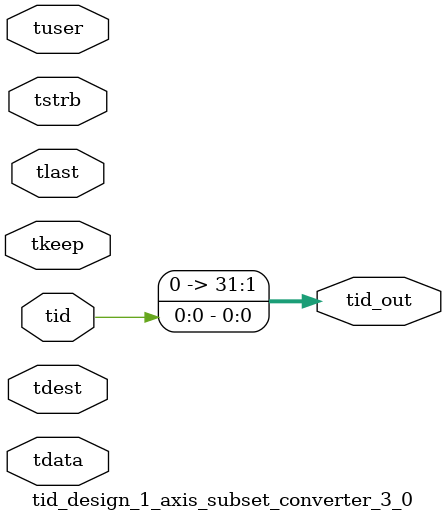
<source format=v>


`timescale 1ps/1ps

module tid_design_1_axis_subset_converter_3_0 #
(
parameter C_S_AXIS_TID_WIDTH   = 1,
parameter C_S_AXIS_TUSER_WIDTH = 0,
parameter C_S_AXIS_TDATA_WIDTH = 0,
parameter C_S_AXIS_TDEST_WIDTH = 0,
parameter C_M_AXIS_TID_WIDTH   = 32
)
(
input  [(C_S_AXIS_TID_WIDTH   == 0 ? 1 : C_S_AXIS_TID_WIDTH)-1:0       ] tid,
input  [(C_S_AXIS_TDATA_WIDTH == 0 ? 1 : C_S_AXIS_TDATA_WIDTH)-1:0     ] tdata,
input  [(C_S_AXIS_TUSER_WIDTH == 0 ? 1 : C_S_AXIS_TUSER_WIDTH)-1:0     ] tuser,
input  [(C_S_AXIS_TDEST_WIDTH == 0 ? 1 : C_S_AXIS_TDEST_WIDTH)-1:0     ] tdest,
input  [(C_S_AXIS_TDATA_WIDTH/8)-1:0 ] tkeep,
input  [(C_S_AXIS_TDATA_WIDTH/8)-1:0 ] tstrb,
input                                                                    tlast,
output [(C_M_AXIS_TID_WIDTH   == 0 ? 1 : C_M_AXIS_TID_WIDTH)-1:0       ] tid_out
);

assign tid_out = {tid[0:0]};

endmodule


</source>
